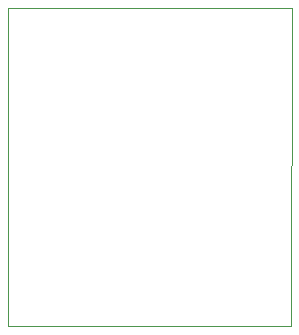
<source format=gbr>
G04 #@! TF.GenerationSoftware,KiCad,Pcbnew,(5.1.8-0-10_14)*
G04 #@! TF.CreationDate,2021-11-26T07:07:57-05:00*
G04 #@! TF.ProjectId,4809Rc,34383039-5263-42e6-9b69-6361645f7063,rev?*
G04 #@! TF.SameCoordinates,Original*
G04 #@! TF.FileFunction,Profile,NP*
%FSLAX46Y46*%
G04 Gerber Fmt 4.6, Leading zero omitted, Abs format (unit mm)*
G04 Created by KiCad (PCBNEW (5.1.8-0-10_14)) date 2021-11-26 07:07:57*
%MOMM*%
%LPD*%
G01*
G04 APERTURE LIST*
G04 #@! TA.AperFunction,Profile*
%ADD10C,0.100000*%
G04 #@! TD*
G04 APERTURE END LIST*
D10*
X168744900Y-81661000D02*
X168732200Y-108623100D01*
X144729200Y-81661000D02*
X168744900Y-81661000D01*
X144716500Y-108623100D02*
X144729200Y-81661000D01*
X168732200Y-108623100D02*
X144716500Y-108623100D01*
M02*

</source>
